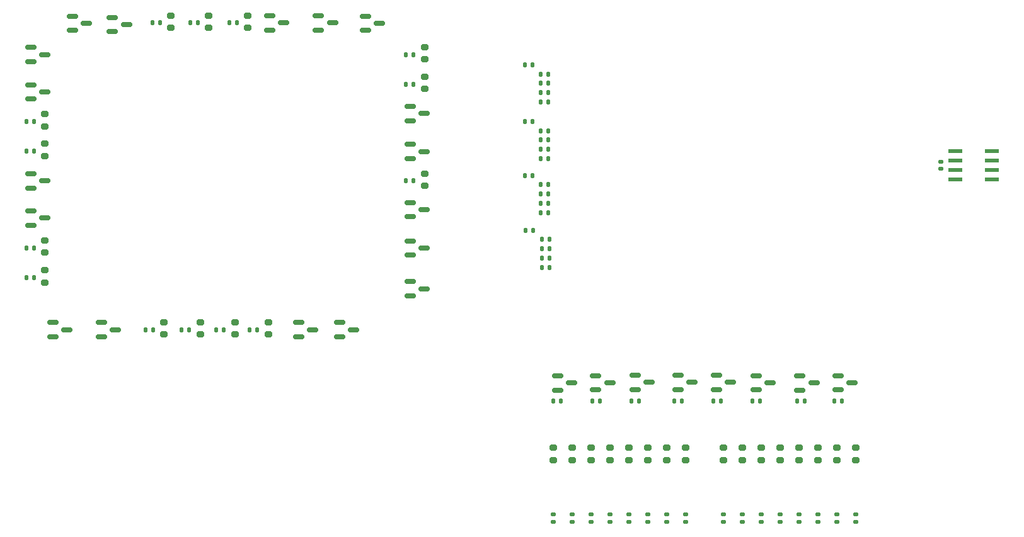
<source format=gbr>
%TF.GenerationSoftware,KiCad,Pcbnew,8.0.5*%
%TF.CreationDate,2024-11-21T16:50:39-07:00*%
%TF.ProjectId,CMPE2750,434d5045-3237-4353-902e-6b696361645f,rev?*%
%TF.SameCoordinates,Original*%
%TF.FileFunction,Paste,Bot*%
%TF.FilePolarity,Positive*%
%FSLAX46Y46*%
G04 Gerber Fmt 4.6, Leading zero omitted, Abs format (unit mm)*
G04 Created by KiCad (PCBNEW 8.0.5) date 2024-11-21 16:50:39*
%MOMM*%
%LPD*%
G01*
G04 APERTURE LIST*
G04 Aperture macros list*
%AMRoundRect*
0 Rectangle with rounded corners*
0 $1 Rounding radius*
0 $2 $3 $4 $5 $6 $7 $8 $9 X,Y pos of 4 corners*
0 Add a 4 corners polygon primitive as box body*
4,1,4,$2,$3,$4,$5,$6,$7,$8,$9,$2,$3,0*
0 Add four circle primitives for the rounded corners*
1,1,$1+$1,$2,$3*
1,1,$1+$1,$4,$5*
1,1,$1+$1,$6,$7*
1,1,$1+$1,$8,$9*
0 Add four rect primitives between the rounded corners*
20,1,$1+$1,$2,$3,$4,$5,0*
20,1,$1+$1,$4,$5,$6,$7,0*
20,1,$1+$1,$6,$7,$8,$9,0*
20,1,$1+$1,$8,$9,$2,$3,0*%
G04 Aperture macros list end*
%ADD10R,1.981200X0.558800*%
%ADD11RoundRect,0.140000X-0.170000X0.140000X-0.170000X-0.140000X0.170000X-0.140000X0.170000X0.140000X0*%
%ADD12RoundRect,0.135000X0.135000X0.185000X-0.135000X0.185000X-0.135000X-0.185000X0.135000X-0.185000X0*%
%ADD13RoundRect,0.150000X-0.587500X-0.150000X0.587500X-0.150000X0.587500X0.150000X-0.587500X0.150000X0*%
%ADD14RoundRect,0.135000X0.185000X-0.135000X0.185000X0.135000X-0.185000X0.135000X-0.185000X-0.135000X0*%
%ADD15RoundRect,0.200000X0.275000X-0.200000X0.275000X0.200000X-0.275000X0.200000X-0.275000X-0.200000X0*%
%ADD16RoundRect,0.135000X-0.135000X-0.185000X0.135000X-0.185000X0.135000X0.185000X-0.135000X0.185000X0*%
G04 APERTURE END LIST*
D10*
%TO.C,U14*%
X191400000Y-79100000D03*
X191400000Y-80370000D03*
X191400000Y-81640000D03*
X191400000Y-82910000D03*
X186472400Y-82910000D03*
X186472400Y-81640000D03*
X186472400Y-80370000D03*
X186472400Y-79100000D03*
%TD*%
D11*
%TO.C,C17*%
X184500000Y-80520000D03*
X184500000Y-81480000D03*
%TD*%
D12*
%TO.C,R61*%
X131760000Y-76375000D03*
X130740000Y-76375000D03*
%TD*%
%TO.C,R142*%
X131760000Y-86125000D03*
X130740000Y-86125000D03*
%TD*%
D13*
%TO.C,Q15*%
X94330000Y-62820000D03*
X94330000Y-60920000D03*
X96205000Y-61870000D03*
%TD*%
%TO.C,Q29*%
X103705000Y-104070000D03*
X103705000Y-102170000D03*
X105580000Y-103120000D03*
%TD*%
D12*
%TO.C,R138*%
X131897500Y-93500000D03*
X130877500Y-93500000D03*
%TD*%
D14*
%TO.C,R149*%
X162920000Y-129020000D03*
X162920000Y-128000000D03*
%TD*%
D12*
%TO.C,R115*%
X131760000Y-77625000D03*
X130740000Y-77625000D03*
%TD*%
D15*
%TO.C,R183*%
X165470000Y-120650000D03*
X165470000Y-119000000D03*
%TD*%
D12*
%TO.C,R129*%
X113662500Y-83120000D03*
X112642500Y-83120000D03*
%TD*%
%TO.C,R132*%
X88162500Y-103120000D03*
X87142500Y-103120000D03*
%TD*%
%TO.C,R120*%
X131760000Y-72500000D03*
X130740000Y-72500000D03*
%TD*%
D16*
%TO.C,R164*%
X132430000Y-112760000D03*
X133450000Y-112760000D03*
%TD*%
D12*
%TO.C,R121*%
X131760000Y-71250000D03*
X130740000Y-71250000D03*
%TD*%
%TO.C,R108*%
X89912500Y-61870000D03*
X88892500Y-61870000D03*
%TD*%
D15*
%TO.C,R107*%
X64142500Y-79770000D03*
X64142500Y-78120000D03*
%TD*%
D13*
%TO.C,Q56*%
X143450000Y-111160000D03*
X143450000Y-109260000D03*
X145325000Y-110210000D03*
%TD*%
D15*
%TO.C,R170*%
X142610000Y-120650000D03*
X142610000Y-119000000D03*
%TD*%
%TO.C,R101*%
X91392500Y-62520000D03*
X91392500Y-60870000D03*
%TD*%
D14*
%TO.C,R148*%
X160380000Y-129020000D03*
X160380000Y-128000000D03*
%TD*%
D15*
%TO.C,R184*%
X168010000Y-120650000D03*
X168010000Y-119000000D03*
%TD*%
D16*
%TO.C,R166*%
X137690000Y-112760000D03*
X138710000Y-112760000D03*
%TD*%
D15*
%TO.C,R105*%
X115142500Y-70770000D03*
X115142500Y-69120000D03*
%TD*%
%TO.C,R124*%
X80142500Y-103770000D03*
X80142500Y-102120000D03*
%TD*%
D16*
%TO.C,R181*%
X159190000Y-112760000D03*
X160210000Y-112760000D03*
%TD*%
D13*
%TO.C,Q28*%
X62205000Y-84070000D03*
X62205000Y-82170000D03*
X64080000Y-83120000D03*
%TD*%
D15*
%TO.C,R123*%
X94142500Y-103770000D03*
X94142500Y-102120000D03*
%TD*%
D13*
%TO.C,Q17*%
X62205000Y-67070000D03*
X62205000Y-65170000D03*
X64080000Y-66120000D03*
%TD*%
D14*
%TO.C,R156*%
X147680000Y-129020000D03*
X147680000Y-128000000D03*
%TD*%
D12*
%TO.C,R118*%
X131760000Y-70000000D03*
X130740000Y-70000000D03*
%TD*%
D14*
%TO.C,R152*%
X142600000Y-129020000D03*
X142600000Y-128000000D03*
%TD*%
D15*
%TO.C,R177*%
X162930000Y-120650000D03*
X162930000Y-119000000D03*
%TD*%
D12*
%TO.C,R130*%
X62662500Y-92120000D03*
X61642500Y-92120000D03*
%TD*%
D15*
%TO.C,R178*%
X155310000Y-120650000D03*
X155310000Y-119000000D03*
%TD*%
D13*
%TO.C,Q10*%
X67830000Y-62870000D03*
X67830000Y-60970000D03*
X69705000Y-61920000D03*
%TD*%
%TO.C,Q35*%
X65205000Y-104070000D03*
X65205000Y-102170000D03*
X67080000Y-103120000D03*
%TD*%
D15*
%TO.C,R106*%
X64142500Y-75770000D03*
X64142500Y-74120000D03*
%TD*%
%TO.C,R126*%
X89642500Y-103770000D03*
X89642500Y-102120000D03*
%TD*%
%TO.C,R162*%
X140070000Y-120650000D03*
X140070000Y-119000000D03*
%TD*%
D14*
%TO.C,R157*%
X150220000Y-129020000D03*
X150220000Y-128000000D03*
%TD*%
D13*
%TO.C,Q13*%
X113205000Y-75020000D03*
X113205000Y-73120000D03*
X115080000Y-74070000D03*
%TD*%
D15*
%TO.C,R160*%
X134990000Y-120650000D03*
X134990000Y-119000000D03*
%TD*%
%TO.C,R185*%
X170550000Y-120650000D03*
X170550000Y-119000000D03*
%TD*%
D12*
%TO.C,R88*%
X131897500Y-91000000D03*
X130877500Y-91000000D03*
%TD*%
%TO.C,R133*%
X92662500Y-103120000D03*
X91642500Y-103120000D03*
%TD*%
D15*
%TO.C,R128*%
X64142500Y-96770000D03*
X64142500Y-95120000D03*
%TD*%
D13*
%TO.C,Q57*%
X149200000Y-111160000D03*
X149200000Y-109260000D03*
X151075000Y-110210000D03*
%TD*%
D15*
%TO.C,R102*%
X81080000Y-62520000D03*
X81080000Y-60870000D03*
%TD*%
D12*
%TO.C,R119*%
X131760000Y-68750000D03*
X130740000Y-68750000D03*
%TD*%
%TO.C,R110*%
X84662500Y-61870000D03*
X83642500Y-61870000D03*
%TD*%
%TO.C,R111*%
X113662500Y-66120000D03*
X112642500Y-66120000D03*
%TD*%
%TO.C,R114*%
X62662500Y-79120000D03*
X61642500Y-79120000D03*
%TD*%
D16*
%TO.C,R190*%
X170190000Y-112760000D03*
X171210000Y-112760000D03*
%TD*%
%TO.C,R180*%
X153940000Y-112760000D03*
X154960000Y-112760000D03*
%TD*%
D14*
%TO.C,R150*%
X140060000Y-129020000D03*
X140060000Y-128000000D03*
%TD*%
D12*
%TO.C,R62*%
X129610000Y-75125000D03*
X128590000Y-75125000D03*
%TD*%
D13*
%TO.C,Q14*%
X62205000Y-72120000D03*
X62205000Y-70220000D03*
X64080000Y-71170000D03*
%TD*%
D15*
%TO.C,R122*%
X115142500Y-83770000D03*
X115142500Y-82120000D03*
%TD*%
D13*
%TO.C,Q12*%
X73205000Y-63020000D03*
X73205000Y-61120000D03*
X75080000Y-62070000D03*
%TD*%
D12*
%TO.C,R139*%
X131760000Y-84875000D03*
X130740000Y-84875000D03*
%TD*%
D14*
%TO.C,R146*%
X134980000Y-129020000D03*
X134980000Y-128000000D03*
%TD*%
D13*
%TO.C,Q61*%
X159700000Y-111210000D03*
X159700000Y-109310000D03*
X161575000Y-110260000D03*
%TD*%
D12*
%TO.C,R89*%
X129747500Y-89750000D03*
X128727500Y-89750000D03*
%TD*%
D15*
%TO.C,R161*%
X137530000Y-120650000D03*
X137530000Y-119000000D03*
%TD*%
D14*
%TO.C,R151*%
X165460000Y-129020000D03*
X165460000Y-128000000D03*
%TD*%
D12*
%TO.C,R137*%
X131897500Y-94750000D03*
X130877500Y-94750000D03*
%TD*%
%TO.C,R136*%
X131897500Y-92250000D03*
X130877500Y-92250000D03*
%TD*%
D16*
%TO.C,R188*%
X165190000Y-112760000D03*
X166210000Y-112760000D03*
%TD*%
D13*
%TO.C,Q60*%
X154325000Y-111160000D03*
X154325000Y-109260000D03*
X156200000Y-110210000D03*
%TD*%
%TO.C,Q64*%
X165575000Y-111260000D03*
X165575000Y-109360000D03*
X167450000Y-110310000D03*
%TD*%
D12*
%TO.C,R113*%
X62662500Y-75120000D03*
X61642500Y-75120000D03*
%TD*%
D15*
%TO.C,R175*%
X160390000Y-120650000D03*
X160390000Y-119000000D03*
%TD*%
D14*
%TO.C,R153*%
X168000000Y-129020000D03*
X168000000Y-128000000D03*
%TD*%
D12*
%TO.C,R134*%
X78662500Y-103120000D03*
X77642500Y-103120000D03*
%TD*%
D15*
%TO.C,R127*%
X85017500Y-103770000D03*
X85017500Y-102120000D03*
%TD*%
%TO.C,R103*%
X86142500Y-62520000D03*
X86142500Y-60870000D03*
%TD*%
D12*
%TO.C,R116*%
X131760000Y-80125000D03*
X130740000Y-80125000D03*
%TD*%
D14*
%TO.C,R145*%
X157840000Y-129020000D03*
X157840000Y-128000000D03*
%TD*%
D13*
%TO.C,Q54*%
X138137500Y-111210000D03*
X138137500Y-109310000D03*
X140012500Y-110260000D03*
%TD*%
%TO.C,Q31*%
X98205000Y-104070000D03*
X98205000Y-102170000D03*
X100080000Y-103120000D03*
%TD*%
D12*
%TO.C,R109*%
X79600000Y-61870000D03*
X78580000Y-61870000D03*
%TD*%
D15*
%TO.C,R168*%
X145150000Y-120650000D03*
X145150000Y-119000000D03*
%TD*%
D16*
%TO.C,R173*%
X148690000Y-112760000D03*
X149710000Y-112760000D03*
%TD*%
D12*
%TO.C,R141*%
X131760000Y-87375000D03*
X130740000Y-87375000D03*
%TD*%
D15*
%TO.C,R125*%
X64142500Y-92770000D03*
X64142500Y-91120000D03*
%TD*%
D14*
%TO.C,R155*%
X170540000Y-129020000D03*
X170540000Y-128000000D03*
%TD*%
D12*
%TO.C,R86*%
X129610000Y-82375000D03*
X128590000Y-82375000D03*
%TD*%
D13*
%TO.C,Q36*%
X113205000Y-98570000D03*
X113205000Y-96670000D03*
X115080000Y-97620000D03*
%TD*%
D14*
%TO.C,R143*%
X155300000Y-129020000D03*
X155300000Y-128000000D03*
%TD*%
D13*
%TO.C,Q11*%
X113205000Y-80120000D03*
X113205000Y-78220000D03*
X115080000Y-79170000D03*
%TD*%
%TO.C,Q66*%
X170700000Y-111210000D03*
X170700000Y-109310000D03*
X172575000Y-110260000D03*
%TD*%
%TO.C,Q16*%
X100892500Y-62820000D03*
X100892500Y-60920000D03*
X102767500Y-61870000D03*
%TD*%
D12*
%TO.C,R135*%
X83537500Y-103120000D03*
X82517500Y-103120000D03*
%TD*%
D13*
%TO.C,Q18*%
X107205000Y-62870000D03*
X107205000Y-60970000D03*
X109080000Y-61920000D03*
%TD*%
D12*
%TO.C,R59*%
X129610000Y-67500000D03*
X128590000Y-67500000D03*
%TD*%
%TO.C,R112*%
X113662500Y-70120000D03*
X112642500Y-70120000D03*
%TD*%
D15*
%TO.C,R167*%
X147690000Y-120650000D03*
X147690000Y-119000000D03*
%TD*%
D12*
%TO.C,R117*%
X131760000Y-78875000D03*
X130740000Y-78875000D03*
%TD*%
D15*
%TO.C,R186*%
X173090000Y-120650000D03*
X173090000Y-119000000D03*
%TD*%
%TO.C,R176*%
X157850000Y-120650000D03*
X157850000Y-119000000D03*
%TD*%
%TO.C,R159*%
X132450000Y-120650000D03*
X132450000Y-119000000D03*
%TD*%
D14*
%TO.C,R147*%
X137520000Y-129020000D03*
X137520000Y-128000000D03*
%TD*%
D16*
%TO.C,R172*%
X142950000Y-112760000D03*
X143970000Y-112760000D03*
%TD*%
D14*
%TO.C,R144*%
X132440000Y-129020000D03*
X132440000Y-128000000D03*
%TD*%
D13*
%TO.C,Q30*%
X62205000Y-89070000D03*
X62205000Y-87170000D03*
X64080000Y-88120000D03*
%TD*%
D14*
%TO.C,R158*%
X173080000Y-129020000D03*
X173080000Y-128000000D03*
%TD*%
D13*
%TO.C,Q32*%
X71705000Y-104070000D03*
X71705000Y-102170000D03*
X73580000Y-103120000D03*
%TD*%
%TO.C,Q52*%
X133012500Y-111260000D03*
X133012500Y-109360000D03*
X134887500Y-110310000D03*
%TD*%
D15*
%TO.C,R169*%
X150230000Y-120650000D03*
X150230000Y-119000000D03*
%TD*%
D12*
%TO.C,R131*%
X62662500Y-96120000D03*
X61642500Y-96120000D03*
%TD*%
%TO.C,R140*%
X131760000Y-83625000D03*
X130740000Y-83625000D03*
%TD*%
D13*
%TO.C,Q33*%
X113205000Y-87945000D03*
X113205000Y-86045000D03*
X115080000Y-86995000D03*
%TD*%
%TO.C,Q34*%
X113205000Y-93120000D03*
X113205000Y-91220000D03*
X115080000Y-92170000D03*
%TD*%
D15*
%TO.C,R104*%
X115142500Y-66770000D03*
X115142500Y-65120000D03*
%TD*%
D14*
%TO.C,R154*%
X145140000Y-129020000D03*
X145140000Y-128000000D03*
%TD*%
M02*

</source>
